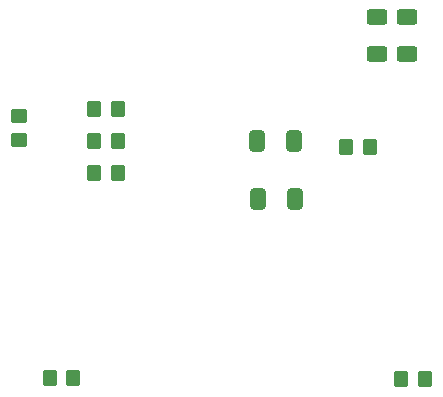
<source format=gbp>
%TF.GenerationSoftware,KiCad,Pcbnew,(6.0.6)*%
%TF.CreationDate,2022-10-28T21:49:34+08:00*%
%TF.ProjectId,KB_SmartWatch,4b425f53-6d61-4727-9457-617463682e6b,rev?*%
%TF.SameCoordinates,Original*%
%TF.FileFunction,Paste,Bot*%
%TF.FilePolarity,Positive*%
%FSLAX46Y46*%
G04 Gerber Fmt 4.6, Leading zero omitted, Abs format (unit mm)*
G04 Created by KiCad (PCBNEW (6.0.6)) date 2022-10-28 21:49:34*
%MOMM*%
%LPD*%
G01*
G04 APERTURE LIST*
G04 Aperture macros list*
%AMRoundRect*
0 Rectangle with rounded corners*
0 $1 Rounding radius*
0 $2 $3 $4 $5 $6 $7 $8 $9 X,Y pos of 4 corners*
0 Add a 4 corners polygon primitive as box body*
4,1,4,$2,$3,$4,$5,$6,$7,$8,$9,$2,$3,0*
0 Add four circle primitives for the rounded corners*
1,1,$1+$1,$2,$3*
1,1,$1+$1,$4,$5*
1,1,$1+$1,$6,$7*
1,1,$1+$1,$8,$9*
0 Add four rect primitives between the rounded corners*
20,1,$1+$1,$2,$3,$4,$5,0*
20,1,$1+$1,$4,$5,$6,$7,0*
20,1,$1+$1,$6,$7,$8,$9,0*
20,1,$1+$1,$8,$9,$2,$3,0*%
G04 Aperture macros list end*
%ADD10RoundRect,0.250000X-0.450000X0.350000X-0.450000X-0.350000X0.450000X-0.350000X0.450000X0.350000X0*%
%ADD11RoundRect,0.250000X0.350000X0.450000X-0.350000X0.450000X-0.350000X-0.450000X0.350000X-0.450000X0*%
%ADD12RoundRect,0.250000X-0.625000X0.400000X-0.625000X-0.400000X0.625000X-0.400000X0.625000X0.400000X0*%
%ADD13RoundRect,0.250000X-0.350000X-0.450000X0.350000X-0.450000X0.350000X0.450000X-0.350000X0.450000X0*%
%ADD14RoundRect,0.250000X0.625000X-0.400000X0.625000X0.400000X-0.625000X0.400000X-0.625000X-0.400000X0*%
%ADD15RoundRect,0.250000X-0.412500X-0.650000X0.412500X-0.650000X0.412500X0.650000X-0.412500X0.650000X0*%
G04 APERTURE END LIST*
D10*
%TO.C,R12*%
X186800000Y-49500000D03*
X186800000Y-51500000D03*
%TD*%
D11*
%TO.C,R15*%
X221200000Y-71800000D03*
X219200000Y-71800000D03*
%TD*%
D12*
%TO.C,R10*%
X219700000Y-41150000D03*
X219700000Y-44250000D03*
%TD*%
D11*
%TO.C,R14*%
X191400000Y-71700000D03*
X189400000Y-71700000D03*
%TD*%
%TO.C,R7*%
X195200000Y-48900000D03*
X193200000Y-48900000D03*
%TD*%
%TO.C,R8*%
X195200000Y-51600000D03*
X193200000Y-51600000D03*
%TD*%
D13*
%TO.C,R13*%
X193200000Y-54300000D03*
X195200000Y-54300000D03*
%TD*%
%TO.C,R2*%
X214500000Y-52100000D03*
X216500000Y-52100000D03*
%TD*%
D14*
%TO.C,R6*%
X217100000Y-44250000D03*
X217100000Y-41150000D03*
%TD*%
D15*
%TO.C,C2*%
X206937500Y-51600000D03*
X210062500Y-51600000D03*
%TD*%
%TO.C,C3*%
X207037500Y-56500000D03*
X210162500Y-56500000D03*
%TD*%
M02*

</source>
